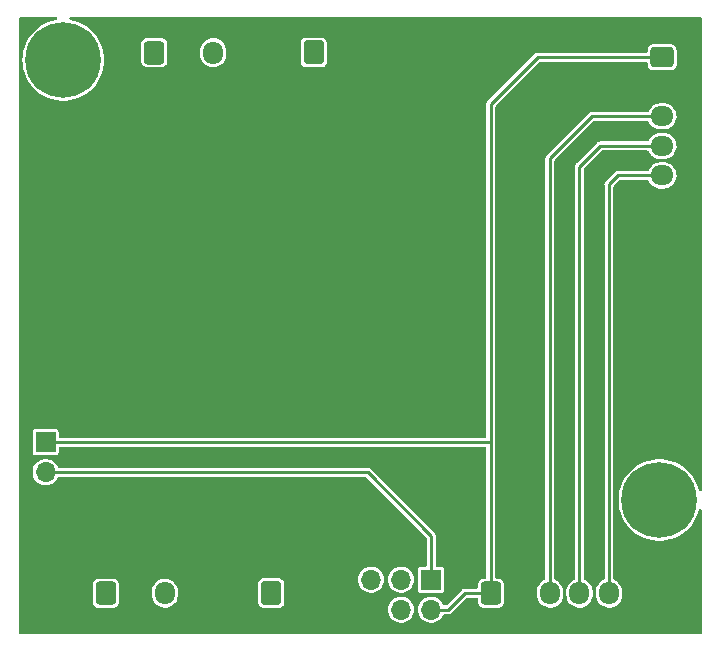
<source format=gbr>
%TF.GenerationSoftware,KiCad,Pcbnew,7.0.8*%
%TF.CreationDate,2023-12-29T15:21:52+01:00*%
%TF.ProjectId,Programmer,50726f67-7261-46d6-9d65-722e6b696361,rev?*%
%TF.SameCoordinates,Original*%
%TF.FileFunction,Copper,L1,Top*%
%TF.FilePolarity,Positive*%
%FSLAX46Y46*%
G04 Gerber Fmt 4.6, Leading zero omitted, Abs format (unit mm)*
G04 Created by KiCad (PCBNEW 7.0.8) date 2023-12-29 15:21:52*
%MOMM*%
%LPD*%
G01*
G04 APERTURE LIST*
G04 Aperture macros list*
%AMRoundRect*
0 Rectangle with rounded corners*
0 $1 Rounding radius*
0 $2 $3 $4 $5 $6 $7 $8 $9 X,Y pos of 4 corners*
0 Add a 4 corners polygon primitive as box body*
4,1,4,$2,$3,$4,$5,$6,$7,$8,$9,$2,$3,0*
0 Add four circle primitives for the rounded corners*
1,1,$1+$1,$2,$3*
1,1,$1+$1,$4,$5*
1,1,$1+$1,$6,$7*
1,1,$1+$1,$8,$9*
0 Add four rect primitives between the rounded corners*
20,1,$1+$1,$2,$3,$4,$5,0*
20,1,$1+$1,$4,$5,$6,$7,0*
20,1,$1+$1,$6,$7,$8,$9,0*
20,1,$1+$1,$8,$9,$2,$3,0*%
G04 Aperture macros list end*
%TA.AperFunction,ComponentPad*%
%ADD10C,0.800000*%
%TD*%
%TA.AperFunction,ComponentPad*%
%ADD11C,6.400000*%
%TD*%
%TA.AperFunction,ComponentPad*%
%ADD12RoundRect,0.250000X-0.725000X0.600000X-0.725000X-0.600000X0.725000X-0.600000X0.725000X0.600000X0*%
%TD*%
%TA.AperFunction,ComponentPad*%
%ADD13O,1.950000X1.700000*%
%TD*%
%TA.AperFunction,ComponentPad*%
%ADD14R,1.700000X1.700000*%
%TD*%
%TA.AperFunction,ComponentPad*%
%ADD15O,1.700000X1.700000*%
%TD*%
%TA.AperFunction,ComponentPad*%
%ADD16RoundRect,0.250000X-0.600000X-0.750000X0.600000X-0.750000X0.600000X0.750000X-0.600000X0.750000X0*%
%TD*%
%TA.AperFunction,ComponentPad*%
%ADD17O,1.700000X2.000000*%
%TD*%
%TA.AperFunction,ComponentPad*%
%ADD18RoundRect,0.250000X-0.600000X-0.725000X0.600000X-0.725000X0.600000X0.725000X-0.600000X0.725000X0*%
%TD*%
%TA.AperFunction,ComponentPad*%
%ADD19O,1.700000X1.950000*%
%TD*%
%TA.AperFunction,Conductor*%
%ADD20C,0.250000*%
%TD*%
G04 APERTURE END LIST*
D10*
%TO.P,H1,1,1*%
%TO.N,unconnected-(H1-Pad1)*%
X71200000Y-39589000D03*
X71902944Y-37891944D03*
X71902944Y-41286056D03*
X73600000Y-37189000D03*
D11*
X73600000Y-39589000D03*
D10*
X73600000Y-41989000D03*
X75297056Y-37891944D03*
X75297056Y-41286056D03*
X76000000Y-39589000D03*
%TD*%
%TO.P,H2,1,1*%
%TO.N,unconnected-(H2-Pad1)*%
X121665056Y-76846056D03*
X122368000Y-75149000D03*
X122368000Y-78543112D03*
X124065056Y-74446056D03*
D11*
X124065056Y-76846056D03*
D10*
X124065056Y-79246056D03*
X125762112Y-75149000D03*
X125762112Y-78543112D03*
X126465056Y-76846056D03*
%TD*%
D12*
%TO.P,J6,1,Pin_1*%
%TO.N,+3V3*%
X124290000Y-39360000D03*
D13*
%TO.P,J6,2,Pin_2*%
%TO.N,GND*%
X124290000Y-41860000D03*
%TO.P,J6,3,Pin_3*%
%TO.N,RXD*%
X124290000Y-44360000D03*
%TO.P,J6,4,Pin_4*%
%TO.N,TXD*%
X124290000Y-46860000D03*
%TO.P,J6,5,Pin_5*%
%TO.N,RESET*%
X124290000Y-49360000D03*
%TD*%
D14*
%TO.P,J1,1,Pin_1*%
%TO.N,UPDI*%
X104740000Y-83580000D03*
D15*
%TO.P,J1,2,Pin_2*%
%TO.N,+3V3*%
X104740000Y-86120000D03*
%TO.P,J1,3,Pin_3*%
%TO.N,unconnected-(J1-Pin_3-Pad3)*%
X102200000Y-83580000D03*
%TO.P,J1,4,Pin_4*%
%TO.N,unconnected-(J1-Pin_4-Pad4)*%
X102200000Y-86120000D03*
%TO.P,J1,5,Pin_5*%
%TO.N,unconnected-(J1-Pin_5-Pad5)*%
X99660000Y-83580000D03*
%TO.P,J1,6,Pin_6*%
%TO.N,GND*%
X99660000Y-86120000D03*
%TD*%
D16*
%TO.P,J2,1,Pin_1*%
%TO.N,KEY*%
X94790000Y-38945000D03*
D17*
%TO.P,J2,2,Pin_2*%
%TO.N,GND*%
X97290000Y-38945000D03*
%TD*%
D18*
%TO.P,J3,1,Pin_1*%
%TO.N,+3V3*%
X109800000Y-84720000D03*
D19*
%TO.P,J3,2,Pin_2*%
%TO.N,GND*%
X112300000Y-84720000D03*
%TO.P,J3,3,Pin_3*%
%TO.N,RXD*%
X114800000Y-84720000D03*
%TO.P,J3,4,Pin_4*%
%TO.N,TXD*%
X117300000Y-84720000D03*
%TO.P,J3,5,Pin_5*%
%TO.N,RESET*%
X119800000Y-84720000D03*
%TD*%
D16*
%TO.P,J8,1,Pin_1*%
%TO.N,KEY*%
X91200000Y-84720000D03*
D17*
%TO.P,J8,2,Pin_2*%
%TO.N,GND*%
X93700000Y-84720000D03*
%TD*%
D18*
%TO.P,J7,1,Pin_1*%
%TO.N,+12V*%
X77200000Y-84720000D03*
D19*
%TO.P,J7,2,Pin_2*%
%TO.N,GND*%
X79700000Y-84720000D03*
%TO.P,J7,3,Pin_3*%
%TO.N,INSTR.BEL*%
X82200000Y-84720000D03*
%TO.P,J7,4,Pin_4*%
%TO.N,GND*%
X84700000Y-84720000D03*
%TD*%
D14*
%TO.P,J5,1,Pin_1*%
%TO.N,+3V3*%
X72100000Y-71940000D03*
D15*
%TO.P,J5,2,Pin_2*%
%TO.N,UPDI*%
X72100000Y-74480000D03*
%TO.P,J5,3,Pin_3*%
%TO.N,GND*%
X72100000Y-77020000D03*
%TD*%
D18*
%TO.P,J4,1,Pin_1*%
%TO.N,+12V*%
X81290000Y-38955000D03*
D19*
%TO.P,J4,2,Pin_2*%
%TO.N,GND*%
X83790000Y-38955000D03*
%TO.P,J4,3,Pin_3*%
%TO.N,INSTR.BEL*%
X86290000Y-38955000D03*
%TO.P,J4,4,Pin_4*%
%TO.N,GND*%
X88790000Y-38955000D03*
%TD*%
D20*
%TO.N,RESET*%
X119800000Y-84720000D02*
X119800000Y-50120000D01*
X120560000Y-49360000D02*
X124290000Y-49360000D01*
X119800000Y-50120000D02*
X120560000Y-49360000D01*
%TO.N,TXD*%
X119060000Y-46860000D02*
X124290000Y-46860000D01*
X117300000Y-84720000D02*
X117300000Y-48620000D01*
X117300000Y-48620000D02*
X119060000Y-46860000D01*
%TO.N,RXD*%
X114800000Y-84720000D02*
X114800000Y-47920000D01*
X114800000Y-47920000D02*
X118360000Y-44360000D01*
X118360000Y-44360000D02*
X124290000Y-44360000D01*
%TO.N,UPDI*%
X104740000Y-79860000D02*
X104740000Y-83580000D01*
X72100000Y-74480000D02*
X99360000Y-74480000D01*
X99360000Y-74480000D02*
X104740000Y-79860000D01*
%TO.N,+3V3*%
X107600000Y-84720000D02*
X109800000Y-84720000D01*
X72100000Y-71940000D02*
X109780000Y-71940000D01*
X109780000Y-71940000D02*
X109800000Y-71920000D01*
X109800000Y-84720000D02*
X109800000Y-71920000D01*
X113760000Y-39360000D02*
X124290000Y-39360000D01*
X109800000Y-71920000D02*
X109800000Y-43320000D01*
X106200000Y-86120000D02*
X107600000Y-84720000D01*
X109800000Y-43320000D02*
X113760000Y-39360000D01*
X104740000Y-86120000D02*
X106200000Y-86120000D01*
%TD*%
%TA.AperFunction,Conductor*%
%TO.N,GND*%
G36*
X73037936Y-35955502D02*
G01*
X73084429Y-36009158D01*
X73094533Y-36079432D01*
X73065039Y-36144012D01*
X73005313Y-36182396D01*
X72996901Y-36184554D01*
X72674473Y-36255525D01*
X72674456Y-36255530D01*
X72319480Y-36375135D01*
X72319468Y-36375140D01*
X71979511Y-36532422D01*
X71979504Y-36532426D01*
X71658533Y-36725548D01*
X71658527Y-36725552D01*
X71360319Y-36952243D01*
X71360304Y-36952256D01*
X71088364Y-37209852D01*
X70845859Y-37495352D01*
X70845857Y-37495355D01*
X70635639Y-37805403D01*
X70635636Y-37805408D01*
X70635635Y-37805410D01*
X70460175Y-38136365D01*
X70460171Y-38136374D01*
X70321524Y-38484352D01*
X70221307Y-38845298D01*
X70160706Y-39214953D01*
X70140426Y-39588996D01*
X70140426Y-39589003D01*
X70160706Y-39963046D01*
X70221307Y-40332701D01*
X70321524Y-40693647D01*
X70460176Y-41041637D01*
X70635639Y-41372597D01*
X70845857Y-41682645D01*
X70845859Y-41682647D01*
X71088364Y-41968147D01*
X71360304Y-42225743D01*
X71360319Y-42225756D01*
X71658532Y-42452451D01*
X71979506Y-42645575D01*
X72102615Y-42702531D01*
X72319468Y-42802859D01*
X72319480Y-42802864D01*
X72674466Y-42922473D01*
X73040303Y-43002999D01*
X73412702Y-43043500D01*
X73412710Y-43043500D01*
X73787290Y-43043500D01*
X73787298Y-43043500D01*
X74159697Y-43002999D01*
X74525534Y-42922473D01*
X74880520Y-42802864D01*
X75220494Y-42645575D01*
X75541468Y-42452451D01*
X75839681Y-42225756D01*
X76111635Y-41968147D01*
X76354143Y-41682645D01*
X76564361Y-41372597D01*
X76739824Y-41041637D01*
X76878476Y-40693647D01*
X76978691Y-40332706D01*
X77039294Y-39963046D01*
X77052024Y-39728246D01*
X80185500Y-39728246D01*
X80185502Y-39728270D01*
X80191959Y-39788339D01*
X80191959Y-39788341D01*
X80242657Y-39924266D01*
X80242658Y-39924267D01*
X80329596Y-40040404D01*
X80445733Y-40127342D01*
X80581658Y-40178040D01*
X80641745Y-40184500D01*
X81938254Y-40184499D01*
X81998342Y-40178040D01*
X82134267Y-40127342D01*
X82250404Y-40040404D01*
X82337342Y-39924267D01*
X82388040Y-39788342D01*
X82394500Y-39728255D01*
X82394500Y-39132630D01*
X85185500Y-39132630D01*
X85200525Y-39289969D01*
X85200528Y-39289984D01*
X85259953Y-39492370D01*
X85356607Y-39679851D01*
X85356611Y-39679858D01*
X85486994Y-39845652D01*
X85487006Y-39845665D01*
X85622471Y-39963046D01*
X85646413Y-39983792D01*
X85829087Y-40089259D01*
X86028420Y-40158248D01*
X86028423Y-40158248D01*
X86028425Y-40158249D01*
X86237205Y-40188267D01*
X86237206Y-40188266D01*
X86237207Y-40188267D01*
X86447902Y-40178231D01*
X86652890Y-40128501D01*
X86844762Y-40040876D01*
X87016584Y-39918522D01*
X87162145Y-39765862D01*
X87176679Y-39743246D01*
X93685500Y-39743246D01*
X93685502Y-39743270D01*
X93691959Y-39803339D01*
X93691959Y-39803341D01*
X93742657Y-39939266D01*
X93764515Y-39968465D01*
X93829596Y-40055404D01*
X93945733Y-40142342D01*
X94081658Y-40193040D01*
X94141745Y-40199500D01*
X95438254Y-40199499D01*
X95498342Y-40193040D01*
X95634267Y-40142342D01*
X95750404Y-40055404D01*
X95837342Y-39939267D01*
X95888040Y-39803342D01*
X95894500Y-39743255D01*
X95894499Y-38146746D01*
X95888040Y-38086658D01*
X95837342Y-37950733D01*
X95750404Y-37834596D01*
X95634267Y-37747658D01*
X95634265Y-37747657D01*
X95634266Y-37747657D01*
X95498349Y-37696962D01*
X95498344Y-37696960D01*
X95498342Y-37696960D01*
X95468298Y-37693730D01*
X95438256Y-37690500D01*
X94141753Y-37690500D01*
X94141729Y-37690502D01*
X94081660Y-37696959D01*
X94081658Y-37696959D01*
X93945733Y-37747657D01*
X93829596Y-37834596D01*
X93742657Y-37950734D01*
X93691962Y-38086650D01*
X93691960Y-38086658D01*
X93685500Y-38146737D01*
X93685500Y-39743246D01*
X87176679Y-39743246D01*
X87276184Y-39588413D01*
X87354580Y-39392589D01*
X87394500Y-39185467D01*
X87394500Y-38777387D01*
X87394499Y-38777369D01*
X87379474Y-38620030D01*
X87379473Y-38620028D01*
X87379473Y-38620021D01*
X87320047Y-38417632D01*
X87320046Y-38417631D01*
X87320046Y-38417629D01*
X87223392Y-38230148D01*
X87223388Y-38230141D01*
X87093005Y-38064347D01*
X87093003Y-38064344D01*
X87093000Y-38064341D01*
X87092997Y-38064338D01*
X87092993Y-38064334D01*
X86933592Y-37926212D01*
X86933584Y-37926206D01*
X86834715Y-37869124D01*
X86750913Y-37820741D01*
X86551580Y-37751752D01*
X86551578Y-37751751D01*
X86551574Y-37751750D01*
X86342794Y-37721732D01*
X86132106Y-37731768D01*
X86132095Y-37731769D01*
X85927113Y-37781498D01*
X85927111Y-37781498D01*
X85735236Y-37869125D01*
X85563416Y-37991478D01*
X85563412Y-37991481D01*
X85417851Y-38144142D01*
X85303816Y-38321586D01*
X85303816Y-38321587D01*
X85226092Y-38515734D01*
X85225419Y-38517414D01*
X85185500Y-38724528D01*
X85185500Y-39132630D01*
X82394500Y-39132630D01*
X82394499Y-38181746D01*
X82388040Y-38121658D01*
X82337342Y-37985733D01*
X82250404Y-37869596D01*
X82134267Y-37782658D01*
X82134265Y-37782657D01*
X82134266Y-37782657D01*
X81998349Y-37731962D01*
X81998344Y-37731960D01*
X81998342Y-37731960D01*
X81968298Y-37728730D01*
X81938256Y-37725500D01*
X80641753Y-37725500D01*
X80641729Y-37725502D01*
X80581660Y-37731959D01*
X80581658Y-37731959D01*
X80445733Y-37782657D01*
X80329596Y-37869596D01*
X80242657Y-37985734D01*
X80191962Y-38121650D01*
X80191960Y-38121658D01*
X80185500Y-38181737D01*
X80185500Y-39728246D01*
X77052024Y-39728246D01*
X77059574Y-39589000D01*
X77039294Y-39214954D01*
X76991368Y-38922621D01*
X76978692Y-38845298D01*
X76978691Y-38845294D01*
X76878476Y-38484353D01*
X76739824Y-38136363D01*
X76564361Y-37805403D01*
X76354143Y-37495355D01*
X76269941Y-37396225D01*
X76111635Y-37209852D01*
X75839695Y-36952256D01*
X75839680Y-36952243D01*
X75541472Y-36725552D01*
X75541466Y-36725548D01*
X75220494Y-36532425D01*
X75220488Y-36532422D01*
X74880531Y-36375140D01*
X74880519Y-36375135D01*
X74525543Y-36255530D01*
X74525542Y-36255529D01*
X74525534Y-36255527D01*
X74525529Y-36255525D01*
X74525526Y-36255525D01*
X74203099Y-36184554D01*
X74140871Y-36150376D01*
X74106999Y-36087980D01*
X74112238Y-36017177D01*
X74154925Y-35960446D01*
X74221506Y-35935799D01*
X74230185Y-35935500D01*
X75784928Y-35935500D01*
X78784928Y-35935500D01*
X122184928Y-35935500D01*
X125184928Y-35935500D01*
X127538500Y-35935500D01*
X127606621Y-35955502D01*
X127653114Y-36009158D01*
X127664500Y-36061500D01*
X127664500Y-75972642D01*
X127644498Y-76040763D01*
X127590842Y-76087256D01*
X127520568Y-76097360D01*
X127455988Y-76067866D01*
X127417604Y-76008140D01*
X127417093Y-76006351D01*
X127407734Y-75972642D01*
X127343532Y-75741409D01*
X127204880Y-75393419D01*
X127029417Y-75062459D01*
X126819199Y-74752411D01*
X126734997Y-74653281D01*
X126576691Y-74466908D01*
X126304751Y-74209312D01*
X126304736Y-74209299D01*
X126006528Y-73982608D01*
X126006522Y-73982604D01*
X125685550Y-73789481D01*
X125685544Y-73789478D01*
X125345587Y-73632196D01*
X125345575Y-73632191D01*
X124990599Y-73512586D01*
X124990598Y-73512585D01*
X124990590Y-73512583D01*
X124990585Y-73512581D01*
X124990582Y-73512581D01*
X124624770Y-73432060D01*
X124624741Y-73432055D01*
X124252361Y-73391556D01*
X124252354Y-73391556D01*
X123877758Y-73391556D01*
X123877750Y-73391556D01*
X123505370Y-73432055D01*
X123505341Y-73432060D01*
X123139529Y-73512581D01*
X123139512Y-73512586D01*
X122784536Y-73632191D01*
X122784524Y-73632196D01*
X122444567Y-73789478D01*
X122444560Y-73789482D01*
X122123589Y-73982604D01*
X122123583Y-73982608D01*
X121825375Y-74209299D01*
X121825360Y-74209312D01*
X121553420Y-74466908D01*
X121310915Y-74752408D01*
X121310913Y-74752411D01*
X121100695Y-75062459D01*
X121100692Y-75062464D01*
X121100691Y-75062466D01*
X120925231Y-75393421D01*
X120925227Y-75393430D01*
X120786580Y-75741408D01*
X120686363Y-76102354D01*
X120625762Y-76472009D01*
X120605482Y-76846052D01*
X120605482Y-76846059D01*
X120625762Y-77220102D01*
X120686363Y-77589757D01*
X120721861Y-77717608D01*
X120786580Y-77950703D01*
X120925232Y-78298693D01*
X121100695Y-78629653D01*
X121310913Y-78939701D01*
X121310915Y-78939703D01*
X121553420Y-79225203D01*
X121825360Y-79482799D01*
X121825375Y-79482812D01*
X122123588Y-79709507D01*
X122444562Y-79902631D01*
X122465734Y-79912426D01*
X122784524Y-80059915D01*
X122784536Y-80059920D01*
X123139522Y-80179529D01*
X123505359Y-80260055D01*
X123877758Y-80300556D01*
X123877766Y-80300556D01*
X124252346Y-80300556D01*
X124252354Y-80300556D01*
X124624753Y-80260055D01*
X124990590Y-80179529D01*
X125345576Y-80059920D01*
X125685550Y-79902631D01*
X126006524Y-79709507D01*
X126304737Y-79482812D01*
X126576691Y-79225203D01*
X126819199Y-78939701D01*
X127029417Y-78629653D01*
X127204880Y-78298693D01*
X127343532Y-77950703D01*
X127417093Y-77685759D01*
X127454590Y-77625474D01*
X127518728Y-77595030D01*
X127589144Y-77604095D01*
X127643480Y-77649790D01*
X127664486Y-77717608D01*
X127664500Y-77719469D01*
X127664500Y-88058500D01*
X127644498Y-88126621D01*
X127590842Y-88173114D01*
X127538500Y-88184500D01*
X69941500Y-88184500D01*
X69873379Y-88164498D01*
X69826886Y-88110842D01*
X69815500Y-88058500D01*
X69815500Y-86120004D01*
X101090768Y-86120004D01*
X101109654Y-86323819D01*
X101160403Y-86502182D01*
X101165672Y-86520701D01*
X101256912Y-86703935D01*
X101256913Y-86703936D01*
X101380266Y-86867284D01*
X101531536Y-87005185D01*
X101705566Y-87112940D01*
X101705568Y-87112940D01*
X101705573Y-87112944D01*
X101896444Y-87186888D01*
X102097653Y-87224500D01*
X102097655Y-87224500D01*
X102302345Y-87224500D01*
X102302347Y-87224500D01*
X102503556Y-87186888D01*
X102694427Y-87112944D01*
X102868462Y-87005186D01*
X103019732Y-86867285D01*
X103143088Y-86703935D01*
X103234328Y-86520701D01*
X103290345Y-86323821D01*
X103309232Y-86120000D01*
X103290345Y-85916179D01*
X103234328Y-85719299D01*
X103143088Y-85536065D01*
X103074209Y-85444854D01*
X103019733Y-85372715D01*
X102868463Y-85234814D01*
X102694433Y-85127059D01*
X102694428Y-85127057D01*
X102694427Y-85127056D01*
X102674928Y-85119502D01*
X102503559Y-85053113D01*
X102503560Y-85053113D01*
X102503557Y-85053112D01*
X102503556Y-85053112D01*
X102302347Y-85015500D01*
X102097653Y-85015500D01*
X101896444Y-85053112D01*
X101896439Y-85053113D01*
X101705577Y-85127054D01*
X101705566Y-85127059D01*
X101531536Y-85234814D01*
X101380266Y-85372715D01*
X101256913Y-85536063D01*
X101165671Y-85719301D01*
X101109654Y-85916180D01*
X101090768Y-86119995D01*
X101090768Y-86120004D01*
X69815500Y-86120004D01*
X69815500Y-85493246D01*
X76095500Y-85493246D01*
X76095502Y-85493270D01*
X76101959Y-85553339D01*
X76101959Y-85553341D01*
X76152657Y-85689266D01*
X76174515Y-85718465D01*
X76239596Y-85805404D01*
X76355733Y-85892342D01*
X76491658Y-85943040D01*
X76551745Y-85949500D01*
X77848254Y-85949499D01*
X77908342Y-85943040D01*
X78044267Y-85892342D01*
X78160404Y-85805404D01*
X78247342Y-85689267D01*
X78298040Y-85553342D01*
X78304500Y-85493255D01*
X78304500Y-84897630D01*
X81095500Y-84897630D01*
X81110525Y-85054969D01*
X81110528Y-85054984D01*
X81169953Y-85257370D01*
X81266607Y-85444851D01*
X81266611Y-85444858D01*
X81396994Y-85610652D01*
X81397006Y-85610665D01*
X81556407Y-85748787D01*
X81556413Y-85748792D01*
X81739087Y-85854259D01*
X81938420Y-85923248D01*
X81938423Y-85923248D01*
X81938425Y-85923249D01*
X82147205Y-85953267D01*
X82147206Y-85953266D01*
X82147207Y-85953267D01*
X82357902Y-85943231D01*
X82562890Y-85893501D01*
X82754762Y-85805876D01*
X82926584Y-85683522D01*
X83072145Y-85530862D01*
X83080253Y-85518246D01*
X90095500Y-85518246D01*
X90095502Y-85518270D01*
X90101959Y-85578339D01*
X90101959Y-85578341D01*
X90152657Y-85714266D01*
X90152658Y-85714267D01*
X90239596Y-85830404D01*
X90355733Y-85917342D01*
X90491658Y-85968040D01*
X90551745Y-85974500D01*
X91848254Y-85974499D01*
X91908342Y-85968040D01*
X92044267Y-85917342D01*
X92160404Y-85830404D01*
X92247342Y-85714267D01*
X92298040Y-85578342D01*
X92304500Y-85518255D01*
X92304499Y-83921746D01*
X92298040Y-83861658D01*
X92247342Y-83725733D01*
X92160404Y-83609596D01*
X92120873Y-83580004D01*
X98550768Y-83580004D01*
X98569654Y-83783819D01*
X98608898Y-83921746D01*
X98625672Y-83980701D01*
X98716912Y-84163935D01*
X98716913Y-84163936D01*
X98840266Y-84327284D01*
X98991536Y-84465185D01*
X99165566Y-84572940D01*
X99165568Y-84572940D01*
X99165573Y-84572944D01*
X99356444Y-84646888D01*
X99557653Y-84684500D01*
X99557655Y-84684500D01*
X99762345Y-84684500D01*
X99762347Y-84684500D01*
X99963556Y-84646888D01*
X100154427Y-84572944D01*
X100328462Y-84465186D01*
X100479732Y-84327285D01*
X100603088Y-84163935D01*
X100694328Y-83980701D01*
X100750345Y-83783821D01*
X100764217Y-83634124D01*
X100769232Y-83580004D01*
X101090768Y-83580004D01*
X101109654Y-83783819D01*
X101148898Y-83921746D01*
X101165672Y-83980701D01*
X101256912Y-84163935D01*
X101256913Y-84163936D01*
X101380266Y-84327284D01*
X101531536Y-84465185D01*
X101705566Y-84572940D01*
X101705568Y-84572940D01*
X101705573Y-84572944D01*
X101896444Y-84646888D01*
X102097653Y-84684500D01*
X102097655Y-84684500D01*
X102302345Y-84684500D01*
X102302347Y-84684500D01*
X102503556Y-84646888D01*
X102694427Y-84572944D01*
X102868462Y-84465186D01*
X103019732Y-84327285D01*
X103143088Y-84163935D01*
X103234328Y-83980701D01*
X103290345Y-83783821D01*
X103304217Y-83634124D01*
X103309232Y-83580004D01*
X103309232Y-83579995D01*
X103290345Y-83376180D01*
X103287022Y-83364500D01*
X103234328Y-83179299D01*
X103143088Y-82996065D01*
X103102538Y-82942368D01*
X103019733Y-82832715D01*
X102868463Y-82694814D01*
X102694433Y-82587059D01*
X102694428Y-82587057D01*
X102694427Y-82587056D01*
X102694422Y-82587054D01*
X102503559Y-82513113D01*
X102503560Y-82513113D01*
X102503557Y-82513112D01*
X102503556Y-82513112D01*
X102302347Y-82475500D01*
X102097653Y-82475500D01*
X101896444Y-82513112D01*
X101896439Y-82513113D01*
X101705577Y-82587054D01*
X101705566Y-82587059D01*
X101531536Y-82694814D01*
X101380266Y-82832715D01*
X101256913Y-82996063D01*
X101165671Y-83179301D01*
X101109654Y-83376180D01*
X101090768Y-83579995D01*
X101090768Y-83580004D01*
X100769232Y-83580004D01*
X100769232Y-83579995D01*
X100750345Y-83376180D01*
X100747022Y-83364500D01*
X100694328Y-83179299D01*
X100603088Y-82996065D01*
X100562538Y-82942368D01*
X100479733Y-82832715D01*
X100328463Y-82694814D01*
X100154433Y-82587059D01*
X100154428Y-82587057D01*
X100154427Y-82587056D01*
X100154422Y-82587054D01*
X99963559Y-82513113D01*
X99963560Y-82513113D01*
X99963557Y-82513112D01*
X99963556Y-82513112D01*
X99762347Y-82475500D01*
X99557653Y-82475500D01*
X99356444Y-82513112D01*
X99356439Y-82513113D01*
X99165577Y-82587054D01*
X99165566Y-82587059D01*
X98991536Y-82694814D01*
X98840266Y-82832715D01*
X98716913Y-82996063D01*
X98625671Y-83179301D01*
X98569654Y-83376180D01*
X98550768Y-83579995D01*
X98550768Y-83580004D01*
X92120873Y-83580004D01*
X92044267Y-83522658D01*
X92044265Y-83522657D01*
X92044266Y-83522657D01*
X91908349Y-83471962D01*
X91908344Y-83471960D01*
X91908342Y-83471960D01*
X91870011Y-83467839D01*
X91848256Y-83465500D01*
X90551753Y-83465500D01*
X90551729Y-83465502D01*
X90491660Y-83471959D01*
X90491658Y-83471959D01*
X90355733Y-83522657D01*
X90239596Y-83609596D01*
X90152657Y-83725734D01*
X90101962Y-83861650D01*
X90101960Y-83861658D01*
X90095500Y-83921737D01*
X90095500Y-85518246D01*
X83080253Y-85518246D01*
X83186184Y-85353413D01*
X83264580Y-85157589D01*
X83304500Y-84950467D01*
X83304500Y-84542387D01*
X83304499Y-84542369D01*
X83289474Y-84385030D01*
X83289473Y-84385028D01*
X83289473Y-84385021D01*
X83230047Y-84182632D01*
X83230046Y-84182631D01*
X83230046Y-84182629D01*
X83133392Y-83995148D01*
X83133388Y-83995141D01*
X83003005Y-83829347D01*
X83003003Y-83829344D01*
X83003000Y-83829341D01*
X83002997Y-83829338D01*
X83002993Y-83829334D01*
X82843592Y-83691212D01*
X82843584Y-83691206D01*
X82660916Y-83585743D01*
X82660918Y-83585743D01*
X82660913Y-83585741D01*
X82461580Y-83516752D01*
X82461578Y-83516751D01*
X82461574Y-83516750D01*
X82252794Y-83486732D01*
X82042106Y-83496768D01*
X82042095Y-83496769D01*
X81837113Y-83546498D01*
X81837111Y-83546498D01*
X81645236Y-83634125D01*
X81473416Y-83756478D01*
X81473412Y-83756481D01*
X81327851Y-83909142D01*
X81213816Y-84086586D01*
X81135419Y-84282414D01*
X81095500Y-84489528D01*
X81095500Y-84897630D01*
X78304500Y-84897630D01*
X78304499Y-83946746D01*
X78298040Y-83886658D01*
X78247342Y-83750733D01*
X78160404Y-83634596D01*
X78044267Y-83547658D01*
X78044265Y-83547657D01*
X78044266Y-83547657D01*
X77908349Y-83496962D01*
X77908344Y-83496960D01*
X77908342Y-83496960D01*
X77878298Y-83493730D01*
X77848256Y-83490500D01*
X76551753Y-83490500D01*
X76551729Y-83490502D01*
X76491660Y-83496959D01*
X76491658Y-83496959D01*
X76355733Y-83547657D01*
X76239596Y-83634596D01*
X76152657Y-83750734D01*
X76101962Y-83886650D01*
X76101960Y-83886658D01*
X76095500Y-83946737D01*
X76095500Y-85493246D01*
X69815500Y-85493246D01*
X69815500Y-74480004D01*
X70990768Y-74480004D01*
X71009654Y-74683819D01*
X71029170Y-74752411D01*
X71065672Y-74880701D01*
X71156912Y-75063935D01*
X71156913Y-75063936D01*
X71280266Y-75227284D01*
X71431536Y-75365185D01*
X71605566Y-75472940D01*
X71605568Y-75472940D01*
X71605573Y-75472944D01*
X71796444Y-75546888D01*
X71997653Y-75584500D01*
X71997655Y-75584500D01*
X72202345Y-75584500D01*
X72202347Y-75584500D01*
X72403556Y-75546888D01*
X72594427Y-75472944D01*
X72768462Y-75365186D01*
X72919732Y-75227285D01*
X73043088Y-75063935D01*
X73110111Y-74929334D01*
X73158378Y-74877274D01*
X73222900Y-74859500D01*
X99150616Y-74859500D01*
X99218737Y-74879502D01*
X99239711Y-74896405D01*
X104323595Y-79980289D01*
X104357621Y-80042601D01*
X104360500Y-80069384D01*
X104360500Y-82349500D01*
X104340498Y-82417621D01*
X104286842Y-82464114D01*
X104234500Y-82475500D01*
X103864936Y-82475500D01*
X103864926Y-82475501D01*
X103790699Y-82490265D01*
X103706515Y-82546516D01*
X103650266Y-82630697D01*
X103635500Y-82704930D01*
X103635500Y-84455063D01*
X103635501Y-84455073D01*
X103650265Y-84529300D01*
X103706516Y-84613484D01*
X103790697Y-84669733D01*
X103790699Y-84669734D01*
X103864933Y-84684500D01*
X105615066Y-84684499D01*
X105615069Y-84684498D01*
X105615073Y-84684498D01*
X105664326Y-84674701D01*
X105689301Y-84669734D01*
X105773484Y-84613484D01*
X105829734Y-84529301D01*
X105844500Y-84455067D01*
X105844499Y-82704934D01*
X105844498Y-82704930D01*
X105844498Y-82704926D01*
X105829734Y-82630699D01*
X105773483Y-82546515D01*
X105689302Y-82490266D01*
X105615069Y-82475500D01*
X105615067Y-82475500D01*
X105245500Y-82475500D01*
X105177379Y-82455498D01*
X105130886Y-82401842D01*
X105119500Y-82349500D01*
X105119500Y-79912426D01*
X105122182Y-79886566D01*
X105124419Y-79875900D01*
X105119983Y-79840317D01*
X105119500Y-79832525D01*
X105119500Y-79828556D01*
X105115616Y-79805284D01*
X105108752Y-79750219D01*
X105108752Y-79750217D01*
X105108750Y-79750213D01*
X105106487Y-79742611D01*
X105103900Y-79735078D01*
X105103900Y-79735073D01*
X105090062Y-79709503D01*
X105077502Y-79686293D01*
X105053125Y-79636430D01*
X105048521Y-79629982D01*
X105043621Y-79623686D01*
X105002813Y-79586119D01*
X99665419Y-74248725D01*
X99649029Y-74228542D01*
X99643068Y-74219418D01*
X99643067Y-74219417D01*
X99614770Y-74197393D01*
X99608923Y-74192229D01*
X99606113Y-74189419D01*
X99606112Y-74189418D01*
X99606111Y-74189417D01*
X99606109Y-74189416D01*
X99586906Y-74175705D01*
X99543120Y-74141625D01*
X99536140Y-74137848D01*
X99528977Y-74134346D01*
X99475818Y-74118520D01*
X99423326Y-74100499D01*
X99415504Y-74099194D01*
X99407589Y-74098207D01*
X99352175Y-74100500D01*
X73222900Y-74100500D01*
X73154779Y-74080498D01*
X73110111Y-74030665D01*
X73043088Y-73896065D01*
X73043086Y-73896062D01*
X72919733Y-73732715D01*
X72768463Y-73594814D01*
X72594433Y-73487059D01*
X72594428Y-73487057D01*
X72594427Y-73487056D01*
X72594422Y-73487054D01*
X72403559Y-73413113D01*
X72403560Y-73413113D01*
X72403557Y-73413112D01*
X72403556Y-73413112D01*
X72202347Y-73375500D01*
X71997653Y-73375500D01*
X71796444Y-73413112D01*
X71796439Y-73413113D01*
X71605577Y-73487054D01*
X71605566Y-73487059D01*
X71431536Y-73594814D01*
X71280266Y-73732715D01*
X71156913Y-73896063D01*
X71065671Y-74079301D01*
X71009654Y-74276180D01*
X70990768Y-74479995D01*
X70990768Y-74480004D01*
X69815500Y-74480004D01*
X69815500Y-72815063D01*
X70995500Y-72815063D01*
X70995501Y-72815073D01*
X71010265Y-72889300D01*
X71066516Y-72973484D01*
X71150697Y-73029733D01*
X71150699Y-73029734D01*
X71224933Y-73044500D01*
X72975066Y-73044499D01*
X72975069Y-73044498D01*
X72975073Y-73044498D01*
X73024326Y-73034701D01*
X73049301Y-73029734D01*
X73133484Y-72973484D01*
X73189734Y-72889301D01*
X73204500Y-72815067D01*
X73204500Y-72445500D01*
X73224502Y-72377379D01*
X73278158Y-72330886D01*
X73330500Y-72319500D01*
X109294500Y-72319500D01*
X109362621Y-72339502D01*
X109409114Y-72393158D01*
X109420500Y-72445500D01*
X109420500Y-83364500D01*
X109400498Y-83432621D01*
X109346842Y-83479114D01*
X109294501Y-83490500D01*
X109151753Y-83490500D01*
X109151729Y-83490502D01*
X109091660Y-83496959D01*
X109091658Y-83496959D01*
X108955733Y-83547657D01*
X108839596Y-83634596D01*
X108752657Y-83750734D01*
X108701962Y-83886650D01*
X108701960Y-83886658D01*
X108695500Y-83946737D01*
X108695500Y-84214500D01*
X108675498Y-84282621D01*
X108621842Y-84329114D01*
X108569500Y-84340500D01*
X107652427Y-84340500D01*
X107626568Y-84337818D01*
X107615898Y-84335580D01*
X107592593Y-84338486D01*
X107580316Y-84340016D01*
X107572526Y-84340500D01*
X107568553Y-84340500D01*
X107553041Y-84343088D01*
X107545284Y-84344383D01*
X107533077Y-84345904D01*
X107490218Y-84351247D01*
X107482610Y-84353512D01*
X107475072Y-84356100D01*
X107426294Y-84382497D01*
X107376432Y-84406873D01*
X107369978Y-84411481D01*
X107363685Y-84416380D01*
X107363684Y-84416380D01*
X107363684Y-84416381D01*
X107326119Y-84457186D01*
X106079709Y-85703596D01*
X106017399Y-85737620D01*
X105990616Y-85740500D01*
X105862900Y-85740500D01*
X105794779Y-85720498D01*
X105750111Y-85670665D01*
X105683088Y-85536065D01*
X105650765Y-85493262D01*
X105559733Y-85372715D01*
X105408463Y-85234814D01*
X105234433Y-85127059D01*
X105234428Y-85127057D01*
X105234427Y-85127056D01*
X105214928Y-85119502D01*
X105043559Y-85053113D01*
X105043560Y-85053113D01*
X105043557Y-85053112D01*
X105043556Y-85053112D01*
X104842347Y-85015500D01*
X104637653Y-85015500D01*
X104436444Y-85053112D01*
X104436439Y-85053113D01*
X104245577Y-85127054D01*
X104245566Y-85127059D01*
X104071536Y-85234814D01*
X103920266Y-85372715D01*
X103796913Y-85536063D01*
X103705671Y-85719301D01*
X103649654Y-85916180D01*
X103630768Y-86119995D01*
X103630768Y-86120004D01*
X103649654Y-86323819D01*
X103700403Y-86502182D01*
X103705672Y-86520701D01*
X103796912Y-86703935D01*
X103796913Y-86703936D01*
X103920266Y-86867284D01*
X104071536Y-87005185D01*
X104245566Y-87112940D01*
X104245568Y-87112940D01*
X104245573Y-87112944D01*
X104436444Y-87186888D01*
X104637653Y-87224500D01*
X104637655Y-87224500D01*
X104842345Y-87224500D01*
X104842347Y-87224500D01*
X105043556Y-87186888D01*
X105234427Y-87112944D01*
X105408462Y-87005186D01*
X105559732Y-86867285D01*
X105683088Y-86703935D01*
X105750111Y-86569334D01*
X105798378Y-86517274D01*
X105862900Y-86499500D01*
X106147573Y-86499500D01*
X106173431Y-86502181D01*
X106184100Y-86504419D01*
X106219683Y-86499983D01*
X106227474Y-86499500D01*
X106231436Y-86499500D01*
X106231443Y-86499500D01*
X106254715Y-86495616D01*
X106309783Y-86488752D01*
X106309784Y-86488751D01*
X106309788Y-86488751D01*
X106317386Y-86486488D01*
X106324924Y-86483901D01*
X106324925Y-86483900D01*
X106324927Y-86483900D01*
X106373705Y-86457502D01*
X106423568Y-86433126D01*
X106423571Y-86433123D01*
X106430018Y-86428520D01*
X106436312Y-86423622D01*
X106436313Y-86423620D01*
X106436316Y-86423619D01*
X106473880Y-86382813D01*
X107720289Y-85136405D01*
X107782601Y-85102379D01*
X107809384Y-85099500D01*
X108569501Y-85099500D01*
X108637622Y-85119502D01*
X108684115Y-85173158D01*
X108695501Y-85225500D01*
X108695501Y-85493246D01*
X108695502Y-85493270D01*
X108701959Y-85553339D01*
X108701959Y-85553341D01*
X108752657Y-85689266D01*
X108774515Y-85718465D01*
X108839596Y-85805404D01*
X108955733Y-85892342D01*
X109091658Y-85943040D01*
X109151745Y-85949500D01*
X110448254Y-85949499D01*
X110508342Y-85943040D01*
X110644267Y-85892342D01*
X110760404Y-85805404D01*
X110847342Y-85689267D01*
X110898040Y-85553342D01*
X110904500Y-85493255D01*
X110904500Y-84897630D01*
X113695500Y-84897630D01*
X113710525Y-85054969D01*
X113710528Y-85054984D01*
X113769953Y-85257370D01*
X113866607Y-85444851D01*
X113866611Y-85444858D01*
X113996994Y-85610652D01*
X113997006Y-85610665D01*
X114156407Y-85748787D01*
X114156413Y-85748792D01*
X114339087Y-85854259D01*
X114538420Y-85923248D01*
X114538423Y-85923248D01*
X114538425Y-85923249D01*
X114747205Y-85953267D01*
X114747206Y-85953266D01*
X114747207Y-85953267D01*
X114957902Y-85943231D01*
X115162890Y-85893501D01*
X115354762Y-85805876D01*
X115526584Y-85683522D01*
X115672145Y-85530862D01*
X115786184Y-85353413D01*
X115864580Y-85157589D01*
X115904500Y-84950467D01*
X115904500Y-84897630D01*
X116195500Y-84897630D01*
X116210525Y-85054969D01*
X116210528Y-85054984D01*
X116269953Y-85257370D01*
X116366607Y-85444851D01*
X116366611Y-85444858D01*
X116496994Y-85610652D01*
X116497006Y-85610665D01*
X116656407Y-85748787D01*
X116656413Y-85748792D01*
X116839087Y-85854259D01*
X117038420Y-85923248D01*
X117038423Y-85923248D01*
X117038425Y-85923249D01*
X117247205Y-85953267D01*
X117247206Y-85953266D01*
X117247207Y-85953267D01*
X117457902Y-85943231D01*
X117662890Y-85893501D01*
X117854762Y-85805876D01*
X118026584Y-85683522D01*
X118172145Y-85530862D01*
X118286184Y-85353413D01*
X118364580Y-85157589D01*
X118404500Y-84950467D01*
X118404500Y-84897630D01*
X118695500Y-84897630D01*
X118710525Y-85054969D01*
X118710528Y-85054984D01*
X118769953Y-85257370D01*
X118866607Y-85444851D01*
X118866611Y-85444858D01*
X118996994Y-85610652D01*
X118997006Y-85610665D01*
X119156407Y-85748787D01*
X119156413Y-85748792D01*
X119339087Y-85854259D01*
X119538420Y-85923248D01*
X119538423Y-85923248D01*
X119538425Y-85923249D01*
X119747205Y-85953267D01*
X119747206Y-85953266D01*
X119747207Y-85953267D01*
X119957902Y-85943231D01*
X120162890Y-85893501D01*
X120354762Y-85805876D01*
X120526584Y-85683522D01*
X120672145Y-85530862D01*
X120786184Y-85353413D01*
X120864580Y-85157589D01*
X120904500Y-84950467D01*
X120904500Y-84542387D01*
X120904499Y-84542369D01*
X120889474Y-84385030D01*
X120889473Y-84385028D01*
X120889473Y-84385021D01*
X120830047Y-84182632D01*
X120830046Y-84182631D01*
X120830046Y-84182629D01*
X120733392Y-83995148D01*
X120733388Y-83995141D01*
X120603005Y-83829347D01*
X120603003Y-83829344D01*
X120603000Y-83829341D01*
X120602997Y-83829338D01*
X120602993Y-83829334D01*
X120443592Y-83691212D01*
X120443584Y-83691206D01*
X120260916Y-83585743D01*
X120260913Y-83585741D01*
X120260907Y-83585739D01*
X120255453Y-83583248D01*
X120256356Y-83581269D01*
X120206436Y-83545700D01*
X120180067Y-83479782D01*
X120179500Y-83467839D01*
X120179500Y-50329384D01*
X120199502Y-50261263D01*
X120216405Y-50240289D01*
X120680289Y-49776405D01*
X120742601Y-49742379D01*
X120769384Y-49739500D01*
X123043109Y-49739500D01*
X123111230Y-49759502D01*
X123157722Y-49813157D01*
X123184174Y-49871078D01*
X123204124Y-49914762D01*
X123326478Y-50086584D01*
X123479138Y-50232145D01*
X123479140Y-50232146D01*
X123479142Y-50232148D01*
X123549236Y-50277194D01*
X123656587Y-50346184D01*
X123852411Y-50424580D01*
X124059533Y-50464500D01*
X124059537Y-50464500D01*
X124467613Y-50464500D01*
X124467630Y-50464499D01*
X124624969Y-50449474D01*
X124624969Y-50449473D01*
X124624979Y-50449473D01*
X124827368Y-50390047D01*
X125014854Y-50293391D01*
X125180659Y-50163000D01*
X125318792Y-50003587D01*
X125424259Y-49820913D01*
X125493248Y-49621580D01*
X125523267Y-49412793D01*
X125513231Y-49202098D01*
X125463501Y-48997110D01*
X125375876Y-48805238D01*
X125253522Y-48633416D01*
X125100862Y-48487855D01*
X125100859Y-48487853D01*
X125100857Y-48487851D01*
X124923413Y-48373816D01*
X124901959Y-48365227D01*
X124727589Y-48295420D01*
X124727586Y-48295419D01*
X124727585Y-48295419D01*
X124520471Y-48255500D01*
X124520467Y-48255500D01*
X124112387Y-48255500D01*
X124112369Y-48255500D01*
X123955030Y-48270525D01*
X123955015Y-48270528D01*
X123752629Y-48329953D01*
X123565148Y-48426607D01*
X123565141Y-48426611D01*
X123399347Y-48556994D01*
X123399334Y-48557006D01*
X123261212Y-48716407D01*
X123261206Y-48716415D01*
X123155743Y-48899083D01*
X123153248Y-48904547D01*
X123151260Y-48903639D01*
X123115740Y-48953533D01*
X123049832Y-48979928D01*
X123037840Y-48980500D01*
X120612422Y-48980500D01*
X120586564Y-48977818D01*
X120583806Y-48977239D01*
X120575898Y-48975581D01*
X120553756Y-48978342D01*
X120540321Y-48980016D01*
X120532533Y-48980500D01*
X120528557Y-48980500D01*
X120505274Y-48984385D01*
X120450215Y-48991248D01*
X120442622Y-48993508D01*
X120435072Y-48996100D01*
X120386294Y-49022497D01*
X120336432Y-49046873D01*
X120329978Y-49051481D01*
X120323685Y-49056380D01*
X120286119Y-49097186D01*
X119568724Y-49814580D01*
X119548551Y-49830964D01*
X119539419Y-49836930D01*
X119539416Y-49836933D01*
X119517394Y-49865227D01*
X119512231Y-49871073D01*
X119511285Y-49872019D01*
X119509415Y-49873890D01*
X119495705Y-49893093D01*
X119461628Y-49936876D01*
X119457835Y-49943884D01*
X119454346Y-49951022D01*
X119438520Y-50004182D01*
X119420499Y-50056673D01*
X119419194Y-50064495D01*
X119418207Y-50072410D01*
X119420500Y-50127825D01*
X119420500Y-83473108D01*
X119400498Y-83541229D01*
X119346844Y-83587721D01*
X119245238Y-83634124D01*
X119073416Y-83756478D01*
X119073412Y-83756481D01*
X118927851Y-83909142D01*
X118813816Y-84086586D01*
X118735419Y-84282414D01*
X118695500Y-84489528D01*
X118695500Y-84897630D01*
X118404500Y-84897630D01*
X118404500Y-84542387D01*
X118404499Y-84542369D01*
X118389474Y-84385030D01*
X118389473Y-84385028D01*
X118389473Y-84385021D01*
X118330047Y-84182632D01*
X118330046Y-84182631D01*
X118330046Y-84182629D01*
X118233392Y-83995148D01*
X118233388Y-83995141D01*
X118103005Y-83829347D01*
X118103003Y-83829344D01*
X118103000Y-83829341D01*
X118102997Y-83829338D01*
X118102993Y-83829334D01*
X117943592Y-83691212D01*
X117943584Y-83691206D01*
X117760916Y-83585743D01*
X117760913Y-83585741D01*
X117760907Y-83585739D01*
X117755453Y-83583248D01*
X117756356Y-83581269D01*
X117706436Y-83545700D01*
X117680067Y-83479782D01*
X117679500Y-83467839D01*
X117679500Y-48829384D01*
X117699502Y-48761263D01*
X117716405Y-48740289D01*
X119180289Y-47276405D01*
X119242601Y-47242379D01*
X119269384Y-47239500D01*
X123043109Y-47239500D01*
X123111230Y-47259502D01*
X123157722Y-47313157D01*
X123192266Y-47388797D01*
X123204124Y-47414762D01*
X123326478Y-47586584D01*
X123479138Y-47732145D01*
X123479140Y-47732146D01*
X123479142Y-47732148D01*
X123508511Y-47751022D01*
X123656587Y-47846184D01*
X123852411Y-47924580D01*
X124059533Y-47964500D01*
X124059537Y-47964500D01*
X124467613Y-47964500D01*
X124467630Y-47964499D01*
X124624969Y-47949474D01*
X124624969Y-47949473D01*
X124624979Y-47949473D01*
X124827368Y-47890047D01*
X125014854Y-47793391D01*
X125180659Y-47663000D01*
X125318792Y-47503587D01*
X125424259Y-47320913D01*
X125493248Y-47121580D01*
X125523267Y-46912793D01*
X125513231Y-46702098D01*
X125463501Y-46497110D01*
X125375876Y-46305238D01*
X125253522Y-46133416D01*
X125100862Y-45987855D01*
X125100859Y-45987853D01*
X125100857Y-45987851D01*
X124923413Y-45873816D01*
X124813848Y-45829953D01*
X124727589Y-45795420D01*
X124727586Y-45795419D01*
X124727585Y-45795419D01*
X124520471Y-45755500D01*
X124520467Y-45755500D01*
X124112387Y-45755500D01*
X124112369Y-45755500D01*
X123955030Y-45770525D01*
X123955015Y-45770528D01*
X123752629Y-45829953D01*
X123565148Y-45926607D01*
X123565141Y-45926611D01*
X123399347Y-46056994D01*
X123399334Y-46057006D01*
X123261212Y-46216407D01*
X123261206Y-46216415D01*
X123155743Y-46399083D01*
X123153248Y-46404547D01*
X123151260Y-46403639D01*
X123115740Y-46453533D01*
X123049832Y-46479928D01*
X123037840Y-46480500D01*
X119112427Y-46480500D01*
X119086568Y-46477818D01*
X119075898Y-46475580D01*
X119052593Y-46478486D01*
X119040316Y-46480016D01*
X119032526Y-46480500D01*
X119028556Y-46480500D01*
X119016919Y-46482441D01*
X119005282Y-46484383D01*
X119000702Y-46484954D01*
X118950215Y-46491247D01*
X118942624Y-46493507D01*
X118935071Y-46496100D01*
X118900811Y-46514640D01*
X118886289Y-46522500D01*
X118873959Y-46528527D01*
X118836437Y-46546870D01*
X118829970Y-46551487D01*
X118823685Y-46556380D01*
X118786119Y-46597186D01*
X117068724Y-48314580D01*
X117048551Y-48330964D01*
X117039419Y-48336930D01*
X117039416Y-48336933D01*
X117017394Y-48365227D01*
X117012231Y-48371073D01*
X117011285Y-48372019D01*
X117009415Y-48373890D01*
X116995705Y-48393093D01*
X116961628Y-48436876D01*
X116957835Y-48443884D01*
X116954346Y-48451022D01*
X116938520Y-48504182D01*
X116920499Y-48556673D01*
X116919194Y-48564495D01*
X116918207Y-48572410D01*
X116920500Y-48627825D01*
X116920500Y-83473108D01*
X116900498Y-83541229D01*
X116846844Y-83587721D01*
X116745238Y-83634124D01*
X116573416Y-83756478D01*
X116573412Y-83756481D01*
X116427851Y-83909142D01*
X116313816Y-84086586D01*
X116235419Y-84282414D01*
X116195500Y-84489528D01*
X116195500Y-84897630D01*
X115904500Y-84897630D01*
X115904500Y-84542387D01*
X115904499Y-84542369D01*
X115889474Y-84385030D01*
X115889473Y-84385028D01*
X115889473Y-84385021D01*
X115830047Y-84182632D01*
X115830046Y-84182631D01*
X115830046Y-84182629D01*
X115733392Y-83995148D01*
X115733388Y-83995141D01*
X115603005Y-83829347D01*
X115603003Y-83829344D01*
X115603000Y-83829341D01*
X115602997Y-83829338D01*
X115602993Y-83829334D01*
X115443592Y-83691212D01*
X115443584Y-83691206D01*
X115260916Y-83585743D01*
X115260913Y-83585741D01*
X115260907Y-83585739D01*
X115255453Y-83583248D01*
X115256356Y-83581269D01*
X115206436Y-83545700D01*
X115180067Y-83479782D01*
X115179500Y-83467839D01*
X115179500Y-48129384D01*
X115199502Y-48061263D01*
X115216405Y-48040289D01*
X118480289Y-44776405D01*
X118542601Y-44742379D01*
X118569384Y-44739500D01*
X123043109Y-44739500D01*
X123111230Y-44759502D01*
X123157722Y-44813157D01*
X123192266Y-44888797D01*
X123204124Y-44914762D01*
X123326478Y-45086584D01*
X123479138Y-45232145D01*
X123479140Y-45232146D01*
X123479142Y-45232148D01*
X123574434Y-45293388D01*
X123656587Y-45346184D01*
X123852411Y-45424580D01*
X124059533Y-45464500D01*
X124059537Y-45464500D01*
X124467613Y-45464500D01*
X124467630Y-45464499D01*
X124624969Y-45449474D01*
X124624969Y-45449473D01*
X124624979Y-45449473D01*
X124827368Y-45390047D01*
X125014854Y-45293391D01*
X125180659Y-45163000D01*
X125318792Y-45003587D01*
X125424259Y-44820913D01*
X125493248Y-44621580D01*
X125523267Y-44412793D01*
X125513231Y-44202098D01*
X125463501Y-43997110D01*
X125375876Y-43805238D01*
X125253522Y-43633416D01*
X125100862Y-43487855D01*
X125100859Y-43487853D01*
X125100857Y-43487851D01*
X124923413Y-43373816D01*
X124813848Y-43329953D01*
X124727589Y-43295420D01*
X124727586Y-43295419D01*
X124727585Y-43295419D01*
X124520471Y-43255500D01*
X124520467Y-43255500D01*
X124112387Y-43255500D01*
X124112369Y-43255500D01*
X123955030Y-43270525D01*
X123955015Y-43270528D01*
X123752629Y-43329953D01*
X123565148Y-43426607D01*
X123565141Y-43426611D01*
X123399347Y-43556994D01*
X123399334Y-43557006D01*
X123261212Y-43716407D01*
X123261206Y-43716415D01*
X123155743Y-43899083D01*
X123153248Y-43904547D01*
X123151260Y-43903639D01*
X123115740Y-43953533D01*
X123049832Y-43979928D01*
X123037840Y-43980500D01*
X118412422Y-43980500D01*
X118386564Y-43977818D01*
X118383806Y-43977239D01*
X118375898Y-43975581D01*
X118353756Y-43978342D01*
X118340321Y-43980016D01*
X118332533Y-43980500D01*
X118328557Y-43980500D01*
X118305274Y-43984385D01*
X118250215Y-43991248D01*
X118242622Y-43993508D01*
X118235072Y-43996100D01*
X118186294Y-44022497D01*
X118136432Y-44046873D01*
X118129978Y-44051481D01*
X118123685Y-44056380D01*
X118086119Y-44097186D01*
X114568724Y-47614580D01*
X114548551Y-47630964D01*
X114539419Y-47636930D01*
X114539416Y-47636933D01*
X114517394Y-47665227D01*
X114512231Y-47671073D01*
X114511285Y-47672019D01*
X114509415Y-47673890D01*
X114495705Y-47693093D01*
X114461628Y-47736876D01*
X114457835Y-47743884D01*
X114454346Y-47751022D01*
X114438520Y-47804182D01*
X114420499Y-47856673D01*
X114419194Y-47864495D01*
X114418207Y-47872410D01*
X114420500Y-47927825D01*
X114420500Y-83473108D01*
X114400498Y-83541229D01*
X114346844Y-83587721D01*
X114245238Y-83634124D01*
X114073416Y-83756478D01*
X114073412Y-83756481D01*
X113927851Y-83909142D01*
X113813816Y-84086586D01*
X113735419Y-84282414D01*
X113695500Y-84489528D01*
X113695500Y-84897630D01*
X110904500Y-84897630D01*
X110904499Y-83946746D01*
X110898040Y-83886658D01*
X110847342Y-83750733D01*
X110760404Y-83634596D01*
X110644267Y-83547658D01*
X110644265Y-83547657D01*
X110644266Y-83547657D01*
X110508349Y-83496962D01*
X110508344Y-83496960D01*
X110508342Y-83496960D01*
X110500831Y-83496152D01*
X110448262Y-83490500D01*
X110448255Y-83490500D01*
X110305500Y-83490500D01*
X110237379Y-83470498D01*
X110190886Y-83416842D01*
X110179500Y-83364500D01*
X110179500Y-71993649D01*
X110181780Y-71978113D01*
X110180501Y-71977954D01*
X110181792Y-71967593D01*
X110179500Y-71912175D01*
X110179500Y-43529384D01*
X110199502Y-43461263D01*
X110216405Y-43440289D01*
X113880289Y-39776405D01*
X113942601Y-39742379D01*
X113969384Y-39739500D01*
X122934501Y-39739500D01*
X123002622Y-39759502D01*
X123049115Y-39813158D01*
X123060501Y-39865500D01*
X123060501Y-40008246D01*
X123060502Y-40008270D01*
X123066959Y-40068339D01*
X123066959Y-40068341D01*
X123117657Y-40204266D01*
X123117658Y-40204267D01*
X123204596Y-40320404D01*
X123320733Y-40407342D01*
X123456658Y-40458040D01*
X123516745Y-40464500D01*
X125063254Y-40464499D01*
X125123342Y-40458040D01*
X125259267Y-40407342D01*
X125375404Y-40320404D01*
X125462342Y-40204267D01*
X125513040Y-40068342D01*
X125519500Y-40008255D01*
X125519499Y-38711746D01*
X125513040Y-38651658D01*
X125462342Y-38515733D01*
X125375404Y-38399596D01*
X125259267Y-38312658D01*
X125259265Y-38312657D01*
X125259266Y-38312657D01*
X125123349Y-38261962D01*
X125123344Y-38261960D01*
X125123342Y-38261960D01*
X125093298Y-38258730D01*
X125063256Y-38255500D01*
X123516753Y-38255500D01*
X123516729Y-38255502D01*
X123456660Y-38261959D01*
X123456658Y-38261959D01*
X123320733Y-38312657D01*
X123204596Y-38399596D01*
X123117657Y-38515734D01*
X123066962Y-38651650D01*
X123066960Y-38651658D01*
X123060500Y-38711737D01*
X123060500Y-38854500D01*
X123040498Y-38922621D01*
X122986842Y-38969114D01*
X122934500Y-38980500D01*
X113812427Y-38980500D01*
X113786568Y-38977818D01*
X113775898Y-38975580D01*
X113752593Y-38978486D01*
X113740316Y-38980016D01*
X113732526Y-38980500D01*
X113728556Y-38980500D01*
X113716919Y-38982441D01*
X113705282Y-38984383D01*
X113700702Y-38984954D01*
X113650215Y-38991247D01*
X113642624Y-38993507D01*
X113635071Y-38996100D01*
X113600811Y-39014640D01*
X113586289Y-39022500D01*
X113573959Y-39028527D01*
X113536437Y-39046870D01*
X113529970Y-39051487D01*
X113523685Y-39056380D01*
X113486119Y-39097186D01*
X109568724Y-43014580D01*
X109548551Y-43030964D01*
X109539419Y-43036930D01*
X109539416Y-43036933D01*
X109517394Y-43065227D01*
X109512231Y-43071073D01*
X109511285Y-43072019D01*
X109509415Y-43073890D01*
X109495705Y-43093093D01*
X109461628Y-43136876D01*
X109457835Y-43143884D01*
X109454346Y-43151022D01*
X109438520Y-43204182D01*
X109420499Y-43256673D01*
X109419194Y-43264495D01*
X109418207Y-43272410D01*
X109420500Y-43327825D01*
X109420500Y-71434500D01*
X109400498Y-71502621D01*
X109346842Y-71549114D01*
X109294500Y-71560500D01*
X73330499Y-71560500D01*
X73262378Y-71540498D01*
X73215885Y-71486842D01*
X73204499Y-71434500D01*
X73204499Y-71064936D01*
X73204498Y-71064927D01*
X73189734Y-70990699D01*
X73133483Y-70906515D01*
X73049302Y-70850266D01*
X72975067Y-70835500D01*
X71224936Y-70835500D01*
X71224926Y-70835501D01*
X71150699Y-70850265D01*
X71066515Y-70906516D01*
X71010266Y-70990697D01*
X70995500Y-71064930D01*
X70995500Y-72815063D01*
X69815500Y-72815063D01*
X69815500Y-36061500D01*
X69835502Y-35993379D01*
X69889158Y-35946886D01*
X69941500Y-35935500D01*
X72969815Y-35935500D01*
X73037936Y-35955502D01*
G37*
%TD.AperFunction*%
%TD*%
M02*

</source>
